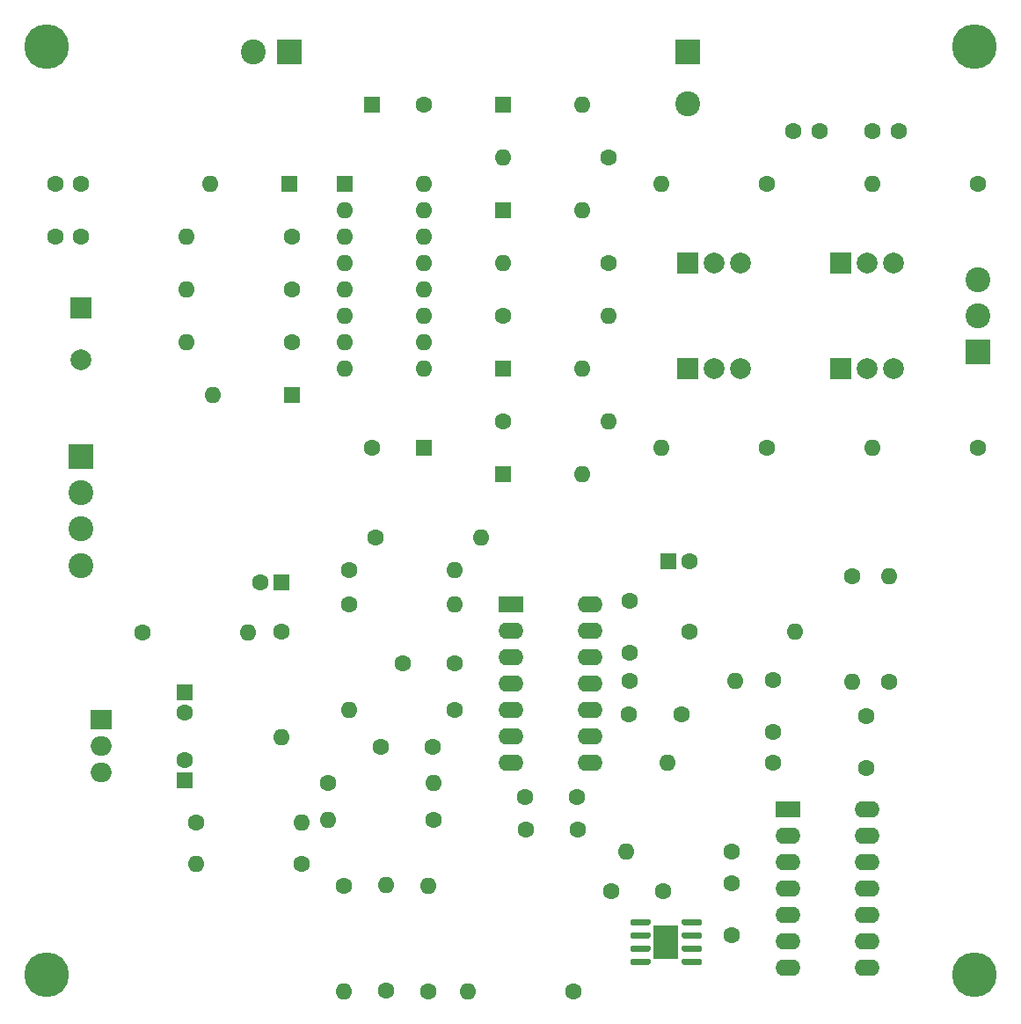
<source format=gts>
G04 #@! TF.GenerationSoftware,KiCad,Pcbnew,(5.1.10-1-10_14)*
G04 #@! TF.CreationDate,2021-09-10T00:56:05+12:00*
G04 #@! TF.ProjectId,joint_pcb,6a6f696e-745f-4706-9362-2e6b69636164,rev?*
G04 #@! TF.SameCoordinates,Original*
G04 #@! TF.FileFunction,Soldermask,Top*
G04 #@! TF.FilePolarity,Negative*
%FSLAX46Y46*%
G04 Gerber Fmt 4.6, Leading zero omitted, Abs format (unit mm)*
G04 Created by KiCad (PCBNEW (5.1.10-1-10_14)) date 2021-09-10 00:56:05*
%MOMM*%
%LPD*%
G01*
G04 APERTURE LIST*
%ADD10C,2.400000*%
%ADD11R,2.400000X2.400000*%
%ADD12C,1.600000*%
%ADD13R,1.600000X1.600000*%
%ADD14O,1.600000X1.600000*%
%ADD15C,2.000000*%
%ADD16R,2.000000X2.000000*%
%ADD17C,4.300000*%
%ADD18R,2.400000X1.600000*%
%ADD19O,2.400000X1.600000*%
%ADD20R,2.410000X3.300000*%
%ADD21R,2.000000X1.905000*%
%ADD22O,2.000000X1.905000*%
G04 APERTURE END LIST*
D10*
X147320000Y-72700000D03*
X147320000Y-76200000D03*
D11*
X147320000Y-79700000D03*
D12*
X119551200Y-99771200D03*
D13*
X117551200Y-99771200D03*
D14*
X129717800Y-106553000D03*
D12*
X119557800Y-106553000D03*
D10*
X60934600Y-100212800D03*
X60934600Y-96712800D03*
X60934600Y-93212800D03*
D11*
X60934600Y-89712800D03*
D14*
X93980000Y-63500000D03*
X86360000Y-81280000D03*
X93980000Y-66040000D03*
X86360000Y-78740000D03*
X93980000Y-68580000D03*
X86360000Y-76200000D03*
X93980000Y-71120000D03*
X86360000Y-73660000D03*
X93980000Y-73660000D03*
X86360000Y-71120000D03*
X93980000Y-76200000D03*
X86360000Y-68580000D03*
X93980000Y-78740000D03*
X86360000Y-66040000D03*
X93980000Y-81280000D03*
D13*
X86360000Y-63500000D03*
D14*
X111760000Y-86360000D03*
D12*
X101600000Y-86360000D03*
D14*
X111760000Y-76200000D03*
D12*
X101600000Y-76200000D03*
D14*
X116840000Y-88900000D03*
D12*
X127000000Y-88900000D03*
D14*
X137160000Y-88900000D03*
D12*
X147320000Y-88900000D03*
D14*
X137160000Y-63500000D03*
D12*
X147320000Y-63500000D03*
D14*
X116840000Y-63500000D03*
D12*
X127000000Y-63500000D03*
D14*
X101600000Y-71120000D03*
D12*
X111760000Y-71120000D03*
D14*
X101600000Y-60960000D03*
D12*
X111760000Y-60960000D03*
D14*
X71120000Y-73660000D03*
D12*
X81280000Y-73660000D03*
D14*
X71120000Y-68580000D03*
D12*
X81280000Y-68580000D03*
D14*
X71120000Y-78740000D03*
D12*
X81280000Y-78740000D03*
D15*
X139192000Y-81280000D03*
X136652000Y-81280000D03*
D16*
X134112000Y-81280000D03*
D15*
X124460000Y-81280000D03*
X121920000Y-81280000D03*
D16*
X119380000Y-81280000D03*
D15*
X139192000Y-71120000D03*
X136652000Y-71120000D03*
D16*
X134112000Y-71120000D03*
D15*
X124460000Y-71120000D03*
X121920000Y-71120000D03*
D16*
X119380000Y-71120000D03*
D10*
X77526000Y-50800000D03*
D11*
X81026000Y-50800000D03*
D17*
X57658000Y-50241200D03*
X57658000Y-139598400D03*
X146964400Y-50241200D03*
X146964400Y-139598400D03*
D14*
X109220000Y-91440000D03*
D13*
X101600000Y-91440000D03*
D14*
X109220000Y-81280000D03*
D13*
X101600000Y-81280000D03*
D14*
X109220000Y-66040000D03*
D13*
X101600000Y-66040000D03*
D14*
X109220000Y-55880000D03*
D13*
X101600000Y-55880000D03*
D14*
X73406000Y-63500000D03*
D13*
X81026000Y-63500000D03*
D14*
X73660000Y-83820000D03*
D13*
X81280000Y-83820000D03*
D12*
X132040000Y-58420000D03*
X129540000Y-58420000D03*
X139660000Y-58420000D03*
X137160000Y-58420000D03*
D10*
X119380000Y-55800000D03*
D11*
X119380000Y-50800000D03*
D12*
X93980000Y-55880000D03*
D13*
X88980000Y-55880000D03*
D12*
X88980000Y-88900000D03*
D13*
X93980000Y-88900000D03*
D12*
X58460000Y-68580000D03*
X60960000Y-68580000D03*
X58460000Y-63500000D03*
X60960000Y-63500000D03*
D15*
X60960000Y-80438000D03*
D16*
X60960000Y-75438000D03*
D13*
X70942200Y-112395000D03*
D12*
X70942200Y-114395000D03*
X70942200Y-118929400D03*
D13*
X70942200Y-120929400D03*
D14*
X99441000Y-97510600D03*
D12*
X89281000Y-97510600D03*
D14*
X96951800Y-100660200D03*
D12*
X86791800Y-100660200D03*
X86741000Y-103962200D03*
D14*
X96901000Y-103962200D03*
D12*
X113817400Y-111328200D03*
D14*
X123977400Y-111328200D03*
D12*
X89839800Y-117678200D03*
X94839800Y-117678200D03*
X103759000Y-125653800D03*
X108759000Y-125653800D03*
X127584200Y-116205000D03*
X127584200Y-111205000D03*
D13*
X80264000Y-101854000D03*
D12*
X78264000Y-101854000D03*
X103737400Y-122504200D03*
X108737400Y-122504200D03*
X113745000Y-114528600D03*
X118745000Y-114528600D03*
X113817400Y-103657400D03*
X113817400Y-108657400D03*
X123596400Y-135788400D03*
X123596400Y-130788400D03*
D18*
X129006600Y-123723400D03*
D19*
X136626600Y-138963400D03*
X129006600Y-126263400D03*
X136626600Y-136423400D03*
X129006600Y-128803400D03*
X136626600Y-133883400D03*
X129006600Y-131343400D03*
X136626600Y-131343400D03*
X129006600Y-133883400D03*
X136626600Y-128803400D03*
X129006600Y-136423400D03*
X136626600Y-126263400D03*
X129006600Y-138963400D03*
X136626600Y-123723400D03*
G36*
G01*
X113847200Y-134693800D02*
X113847200Y-134393800D01*
G75*
G02*
X113997200Y-134243800I150000J0D01*
G01*
X115647200Y-134243800D01*
G75*
G02*
X115797200Y-134393800I0J-150000D01*
G01*
X115797200Y-134693800D01*
G75*
G02*
X115647200Y-134843800I-150000J0D01*
G01*
X113997200Y-134843800D01*
G75*
G02*
X113847200Y-134693800I0J150000D01*
G01*
G37*
G36*
G01*
X113847200Y-135963800D02*
X113847200Y-135663800D01*
G75*
G02*
X113997200Y-135513800I150000J0D01*
G01*
X115647200Y-135513800D01*
G75*
G02*
X115797200Y-135663800I0J-150000D01*
G01*
X115797200Y-135963800D01*
G75*
G02*
X115647200Y-136113800I-150000J0D01*
G01*
X113997200Y-136113800D01*
G75*
G02*
X113847200Y-135963800I0J150000D01*
G01*
G37*
G36*
G01*
X113847200Y-137233800D02*
X113847200Y-136933800D01*
G75*
G02*
X113997200Y-136783800I150000J0D01*
G01*
X115647200Y-136783800D01*
G75*
G02*
X115797200Y-136933800I0J-150000D01*
G01*
X115797200Y-137233800D01*
G75*
G02*
X115647200Y-137383800I-150000J0D01*
G01*
X113997200Y-137383800D01*
G75*
G02*
X113847200Y-137233800I0J150000D01*
G01*
G37*
G36*
G01*
X113847200Y-138503800D02*
X113847200Y-138203800D01*
G75*
G02*
X113997200Y-138053800I150000J0D01*
G01*
X115647200Y-138053800D01*
G75*
G02*
X115797200Y-138203800I0J-150000D01*
G01*
X115797200Y-138503800D01*
G75*
G02*
X115647200Y-138653800I-150000J0D01*
G01*
X113997200Y-138653800D01*
G75*
G02*
X113847200Y-138503800I0J150000D01*
G01*
G37*
G36*
G01*
X118797200Y-138503800D02*
X118797200Y-138203800D01*
G75*
G02*
X118947200Y-138053800I150000J0D01*
G01*
X120597200Y-138053800D01*
G75*
G02*
X120747200Y-138203800I0J-150000D01*
G01*
X120747200Y-138503800D01*
G75*
G02*
X120597200Y-138653800I-150000J0D01*
G01*
X118947200Y-138653800D01*
G75*
G02*
X118797200Y-138503800I0J150000D01*
G01*
G37*
G36*
G01*
X118797200Y-137233800D02*
X118797200Y-136933800D01*
G75*
G02*
X118947200Y-136783800I150000J0D01*
G01*
X120597200Y-136783800D01*
G75*
G02*
X120747200Y-136933800I0J-150000D01*
G01*
X120747200Y-137233800D01*
G75*
G02*
X120597200Y-137383800I-150000J0D01*
G01*
X118947200Y-137383800D01*
G75*
G02*
X118797200Y-137233800I0J150000D01*
G01*
G37*
G36*
G01*
X118797200Y-135963800D02*
X118797200Y-135663800D01*
G75*
G02*
X118947200Y-135513800I150000J0D01*
G01*
X120597200Y-135513800D01*
G75*
G02*
X120747200Y-135663800I0J-150000D01*
G01*
X120747200Y-135963800D01*
G75*
G02*
X120597200Y-136113800I-150000J0D01*
G01*
X118947200Y-136113800D01*
G75*
G02*
X118797200Y-135963800I0J150000D01*
G01*
G37*
G36*
G01*
X118797200Y-134693800D02*
X118797200Y-134393800D01*
G75*
G02*
X118947200Y-134243800I150000J0D01*
G01*
X120597200Y-134243800D01*
G75*
G02*
X120747200Y-134393800I0J-150000D01*
G01*
X120747200Y-134693800D01*
G75*
G02*
X120597200Y-134843800I-150000J0D01*
G01*
X118947200Y-134843800D01*
G75*
G02*
X118797200Y-134693800I0J150000D01*
G01*
G37*
D20*
X117297200Y-136448800D03*
D14*
X77063600Y-106629200D03*
D12*
X66903600Y-106629200D03*
X96901000Y-114122200D03*
D14*
X86741000Y-114122200D03*
D12*
X80238600Y-106553000D03*
D14*
X80238600Y-116713000D03*
X138734800Y-101269800D03*
D12*
X138734800Y-111429800D03*
D14*
X94869000Y-121132600D03*
D12*
X84709000Y-121132600D03*
X94869000Y-124663200D03*
D14*
X84709000Y-124663200D03*
D12*
X127584200Y-119202200D03*
D14*
X117424200Y-119202200D03*
X135229600Y-111429800D03*
D12*
X135229600Y-101269800D03*
X123596400Y-127762000D03*
D14*
X113436400Y-127762000D03*
D12*
X94411800Y-141198600D03*
D14*
X94411800Y-131038600D03*
X98196400Y-141198600D03*
D12*
X108356400Y-141198600D03*
D14*
X86233000Y-141173200D03*
D12*
X86233000Y-131013200D03*
X90347800Y-141147800D03*
D14*
X90347800Y-130987800D03*
D19*
X110007400Y-103962200D03*
X102387400Y-119202200D03*
X110007400Y-106502200D03*
X102387400Y-116662200D03*
X110007400Y-109042200D03*
X102387400Y-114122200D03*
X110007400Y-111582200D03*
X102387400Y-111582200D03*
X110007400Y-114122200D03*
X102387400Y-109042200D03*
X110007400Y-116662200D03*
X102387400Y-106502200D03*
X110007400Y-119202200D03*
D18*
X102387400Y-103962200D03*
D21*
X62865000Y-115036600D03*
D22*
X62865000Y-117576600D03*
X62865000Y-120116600D03*
D14*
X82228001Y-124994401D03*
D12*
X72068001Y-124994401D03*
X82219800Y-128955800D03*
D14*
X72059800Y-128955800D03*
D12*
X96951800Y-109601000D03*
X91951800Y-109601000D03*
X136550400Y-119731800D03*
X136550400Y-114731800D03*
X117014000Y-131521200D03*
X112014000Y-131521200D03*
M02*

</source>
